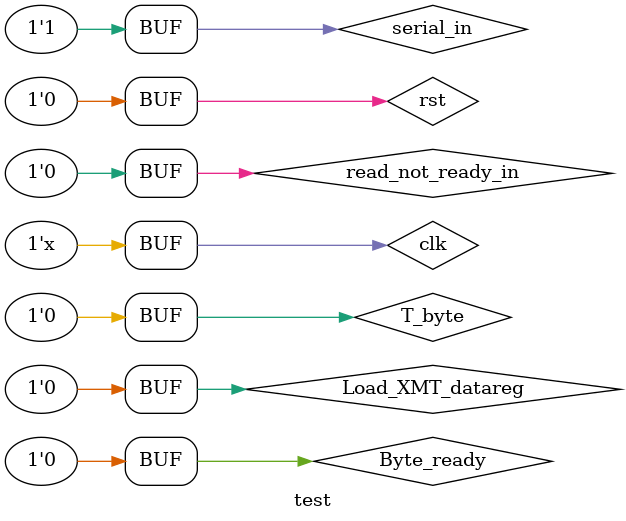
<source format=v>
`timescale 1ns / 1ps


module test;
reg serial_in;
reg read_not_ready_in;
reg Byte_ready;
reg Load_XMT_datareg;
reg T_byte;
reg clk;
reg rst;
wire read_not_ready_out;
wire Error1;
wire Error2;
wire serial_out;

always #5 clk=~clk;
initial begin
clk =   0;
rst =   1;
serial_in           =  1;
read_not_ready_in   =   0;
Byte_ready          =   0;
Load_XMT_datareg    =   0;
T_byte              =   0;
#5  rst             =  0;
end
    top uut1(
.serial_in(),
.read_not_ready_in(),
.Byte_ready(),
.Load_XMT_datareg(),
.T_byte(),
.clk(),
.rst(),
.read_not_ready_out(),
.Error1(),
.Error2(),
.serial_out());
  
endmodule

</source>
